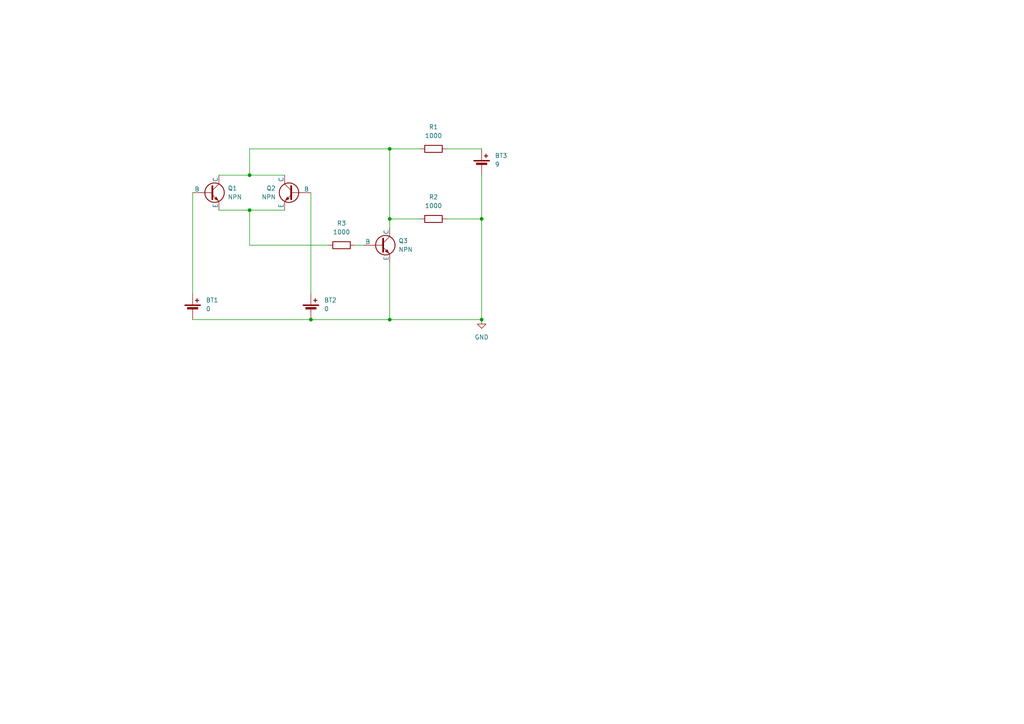
<source format=kicad_sch>
(kicad_sch (version 20231120) (generator "eeschema") (generator_version "8.0")
  (paper "A4")
  (lib_symbols
    (symbol "Device:Battery_Cell" (pin_numbers hide) (pin_names (offset 0) hide)
      (property "Reference" "BT" (at 2.54 2.54 0))
      (property "Value" "Battery_Cell" (at 2.54 0 0))
      (symbol "Battery_Cell_0_1"
        (rectangle (start -2.286 1.778) (end 2.286 1.524) (fill (type outline)))
        (rectangle (start -1.524 1.016) (end 1.524 0.508) (fill (type outline)))
        (polyline (pts (xy 0 0.762) (xy 0 0)))
        (polyline (pts (xy 0 1.778) (xy 0 2.54)))
        (polyline (pts (xy 0.762 3.048) (xy 1.778 3.048)) (stroke (width 0.254)))
        (polyline (pts (xy 1.27 3.556) (xy 1.27 2.54)) (stroke (width 0.254)))
      )
      (symbol "Battery_Cell_1_1"
        (pin passive line (at 0 5.08 270) (length 2.54) (name "+") (number "1"))
        (pin passive line (at 0 -2.54 90) (length 2.54) (name "-") (number "2"))
      )
    )
    (symbol "Device:R" (pin_numbers hide) (pin_names (offset 0))
      (property "Reference" "R" (at 2.032 0 90))
      (property "Value" "R" (at 0 0 90))
      (symbol "R_0_1"
        (rectangle (start -1.016 -2.54) (end 1.016 2.54) (stroke (width 0.254)))
      )
      (symbol "R_1_1"
        (pin passive line (at 0 3.81 270) (length 1.27) (name "~") (number "1"))
        (pin passive line (at 0 -3.81 90) (length 1.27) (name "~") (number "2"))
      )
    )
    (symbol "Simulation_SPICE:NPN" (pin_numbers hide) (pin_names (offset 0))
      (property "Reference" "Q" (at -2.54 7.62 0))
      (property "Value" "NPN" (at -2.54 5.08 0))
      (symbol "NPN_0_1"
        (polyline (pts (xy -2.54 0) (xy 0.635 0)) (stroke (width 0.1524)))
        (polyline (pts (xy 0.635 0.635) (xy 2.54 2.54)))
        (polyline (pts (xy 2.794 -1.27) (xy 2.794 -1.27)) (stroke (width 0.1524)))
        (polyline (pts (xy 2.794 -1.27) (xy 2.794 -1.27)) (stroke (width 0.1524)))
        (polyline (pts (xy 0.635 -0.635) (xy 2.54 -2.54) (xy 2.54 -2.54)))
        (polyline (pts (xy 0.635 1.905) (xy 0.635 -1.905) (xy 0.635 -1.905)) (stroke (width 0.508)))
        (polyline (pts (xy 1.27 -1.778) (xy 1.778 -1.27) (xy 2.286 -2.286) (xy 1.27 -1.778) (xy 1.27 -1.778)) (fill (type outline)))
        (circle (center 1.27 0) (radius 2.8194) (stroke (width 0.254)))
      )
      (symbol "NPN_1_1"
        (pin open_collector line (at 2.54 5.08 270) (length 2.54) (name "C") (number "1"))
        (pin input line (at -5.08 0 0) (length 2.54) (name "B") (number "2"))
        (pin open_emitter line (at 2.54 -5.08 90) (length 2.54) (name "E") (number "3"))
      )
    )
    (symbol "power:GND" (power) (pin_numbers hide) (pin_names (offset 0) hide)
      (property "Value" "GND" (at 0 -3.81 0))
      (symbol "GND_0_1"
        (polyline (pts (xy 0 0) (xy 0 -1.27) (xy 1.27 -1.27) (xy 0 -2.54) (xy -1.27 -1.27) (xy 0 -1.27)))
      )
      (symbol "GND_1_1"
        (pin power_in line (at 0 0 270) (length 0) (name "~") (number "1"))
      )
    )
  )
  (junction (at 90.17 92.71))
  (junction (at 113.03 43.18))
  (junction (at 72.39 60.96))
  (junction (at 139.7 92.71))
  (junction (at 113.03 92.71))
  (junction (at 139.7 63.5))
  (junction (at 113.03 63.5))
  (junction (at 72.39 50.8))
  (wire (pts (xy 102.87 71.12) (xy 105.41 71.12)))
  (wire (pts (xy 139.7 63.5) (xy 139.7 92.71)))
  (wire (pts (xy 90.17 55.88) (xy 90.17 85.09)))
  (wire (pts (xy 113.03 63.5) (xy 121.92 63.5)))
  (wire (pts (xy 72.39 43.18) (xy 72.39 50.8)))
  (wire (pts (xy 113.03 63.5) (xy 113.03 66.04)))
  (wire (pts (xy 72.39 71.12) (xy 95.25 71.12)))
  (wire (pts (xy 72.39 60.96) (xy 72.39 71.12)))
  (wire (pts (xy 63.5 50.8) (xy 72.39 50.8)))
  (wire (pts (xy 129.54 63.5) (xy 139.7 63.5)))
  (wire (pts (xy 139.7 43.18) (xy 129.54 43.18)))
  (wire (pts (xy 113.03 43.18) (xy 113.03 63.5)))
  (wire (pts (xy 139.7 50.8) (xy 139.7 63.5)))
  (wire (pts (xy 72.39 60.96) (xy 82.55 60.96)))
  (wire (pts (xy 113.03 92.71) (xy 139.7 92.71)))
  (wire (pts (xy 113.03 43.18) (xy 72.39 43.18)))
  (wire (pts (xy 121.92 43.18) (xy 113.03 43.18)))
  (wire (pts (xy 72.39 50.8) (xy 82.55 50.8)))
  (wire (pts (xy 55.88 92.71) (xy 90.17 92.71)))
  (wire (pts (xy 55.88 85.09) (xy 55.88 55.88)))
  (wire (pts (xy 90.17 92.71) (xy 113.03 92.71)))
  (wire (pts (xy 63.5 60.96) (xy 72.39 60.96)))
  (wire (pts (xy 113.03 76.2) (xy 113.03 92.71)))
  (symbol (lib_id "Device:Battery_Cell") (at 139.7 48.26 0) (unit 1)
    (property "Reference" "BT3" (at 143.51 45.1484 0) (effects (justify left)))
    (property "Value" "9" (at 143.51 47.6884 0) (effects (justify left)))
    (property "Description" "Single-cell battery" (effects (hide yes)))
    (property "Sim.Device" "V" (effects (hide yes)))
    (property "Sim.Type" "DC" (effects (hide yes)))
    (property "Sim.Pins" "1=+ 2=-" (effects (hide yes)))
    (property "Sim.Params" "dc=9" (effects (hide yes)))
  )
  (symbol (lib_id "Simulation_SPICE:NPN") (at 60.96 55.88 0) (unit 1)
    (property "Reference" "Q1" (at 66.04 54.6099 0) (effects (justify left)))
    (property "Value" "NPN" (at 66.04 57.1499 0) (effects (justify left)))
    (property "Datasheet" "https://ngspice.sourceforge.io/docs/ngspice-html-manual/manual.xhtml#cha_BJTs" (effects (hide yes)))
    (property "Description" "Bipolar transistor symbol for simulation only, substrate tied to the emitter" (effects (hide yes)))
    (property "Sim.Device" "NPN" (effects (hide yes)))
    (property "Sim.Type" "GUMMELPOON" (effects (hide yes)))
    (property "Sim.Pins" "1=C 2=B 3=E" (effects (hide yes)))
  )
  (symbol (lib_id "power:GND") (at 139.7 92.71 0) (unit 1)
    (property "Reference" "#PWR01" (effects (hide yes)))
    (property "Value" "GND" (at 139.7 97.79 0))
    (property "Description" "Power symbol creates a global label with name \"GND\" , ground" (effects (hide yes)))
  )
  (symbol (lib_id "Device:R") (at 125.73 43.18 90) (unit 1)
    (property "Reference" "R1" (at 125.73 36.83 90))
    (property "Value" "1000" (at 125.73 39.37 90))
    (property "Description" "Resistor" (effects (hide yes)))
  )
  (symbol (lib_id "Device:Battery_Cell") (at 90.17 90.17 0) (unit 1)
    (property "Reference" "BT2" (at 93.98 87.0584 0) (effects (justify left)))
    (property "Value" "0" (at 93.98 89.5984 0) (effects (justify left)))
    (property "Description" "Single-cell battery" (effects (hide yes)))
    (property "Sim.Device" "V" (effects (hide yes)))
    (property "Sim.Type" "DC" (effects (hide yes)))
    (property "Sim.Pins" "1=+ 2=-" (effects (hide yes)))
    (property "Sim.Params" "dc=0" (effects (hide yes)))
  )
  (symbol (lib_id "Simulation_SPICE:NPN") (at 110.49 71.12 0) (unit 1)
    (property "Reference" "Q3" (at 115.57 69.8499 0) (effects (justify left)))
    (property "Value" "NPN" (at 115.57 72.3899 0) (effects (justify left)))
    (property "Datasheet" "https://ngspice.sourceforge.io/docs/ngspice-html-manual/manual.xhtml#cha_BJTs" (effects (hide yes)))
    (property "Description" "Bipolar transistor symbol for simulation only, substrate tied to the emitter" (effects (hide yes)))
    (property "Sim.Device" "NPN" (effects (hide yes)))
    (property "Sim.Type" "GUMMELPOON" (effects (hide yes)))
    (property "Sim.Pins" "1=C 2=B 3=E" (effects (hide yes)))
  )
  (symbol (lib_id "Device:R") (at 125.73 63.5 90) (unit 1)
    (property "Reference" "R2" (at 125.73 57.15 90))
    (property "Value" "1000" (at 125.73 59.69 90))
    (property "Description" "Resistor" (effects (hide yes)))
  )
  (symbol (lib_id "Simulation_SPICE:NPN") (at 85.09 55.88 0) (mirror y) (unit 1)
    (property "Reference" "Q2" (at 80.01 54.6099 0) (effects (justify left)))
    (property "Value" "NPN" (at 80.01 57.1499 0) (effects (justify left)))
    (property "Datasheet" "https://ngspice.sourceforge.io/docs/ngspice-html-manual/manual.xhtml#cha_BJTs" (effects (hide yes)))
    (property "Description" "Bipolar transistor symbol for simulation only, substrate tied to the emitter" (effects (hide yes)))
    (property "Sim.Device" "NPN" (effects (hide yes)))
    (property "Sim.Type" "GUMMELPOON" (effects (hide yes)))
    (property "Sim.Pins" "1=C 2=B 3=E" (effects (hide yes)))
  )
  (symbol (lib_id "Device:Battery_Cell") (at 55.88 90.17 0) (unit 1)
    (property "Reference" "BT1" (at 59.69 87.0584 0) (effects (justify left)))
    (property "Value" "0" (at 59.69 89.5984 0) (effects (justify left)))
    (property "Description" "Single-cell battery" (effects (hide yes)))
    (property "Sim.Device" "V" (effects (hide yes)))
    (property "Sim.Type" "DC" (effects (hide yes)))
    (property "Sim.Pins" "1=+ 2=-" (effects (hide yes)))
    (property "Sim.Params" "dc=0" (effects (hide yes)))
  )
  (symbol (lib_id "Device:R") (at 99.06 71.12 90) (unit 1)
    (property "Reference" "R3" (at 99.06 64.77 90))
    (property "Value" "1000" (at 99.06 67.31 90))
    (property "Description" "Resistor" (effects (hide yes)))
  )
)
</source>
